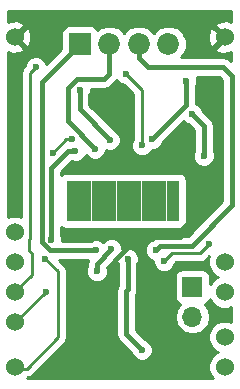
<source format=gbl>
G04 #@! TF.FileFunction,Copper,L2,Bot,Signal*
%FSLAX46Y46*%
G04 Gerber Fmt 4.6, Leading zero omitted, Abs format (unit mm)*
G04 Created by KiCad (PCBNEW 4.0.6+dfsg1-1) date Mon Feb 26 16:02:50 2018*
%MOMM*%
%LPD*%
G01*
G04 APERTURE LIST*
%ADD10C,0.100000*%
%ADD11R,1.850000X1.850000*%
%ADD12C,1.850000*%
%ADD13R,1.700000X1.700000*%
%ADD14O,1.700000X1.700000*%
%ADD15R,1.100000X0.890000*%
%ADD16C,1.524000*%
%ADD17C,0.600000*%
%ADD18C,0.400000*%
%ADD19C,0.250000*%
%ADD20C,0.254000*%
G04 APERTURE END LIST*
D10*
D11*
X6852920Y29088080D03*
D12*
X9352920Y29088080D03*
X11852920Y29088080D03*
X14352920Y29088080D03*
D13*
X16395700Y8521700D03*
D14*
X16395700Y5981700D03*
D15*
X14715200Y14549200D03*
X14715200Y15399200D03*
X14715200Y17099200D03*
X14715200Y16249200D03*
X13658950Y16249200D03*
X13658950Y17099200D03*
X13658950Y15399200D03*
X13658950Y14549200D03*
X12602700Y14549200D03*
X12602700Y15399200D03*
X12602700Y17099200D03*
X12602700Y16249200D03*
X11546450Y16249200D03*
X11546450Y17099200D03*
X11546450Y15399200D03*
X11546450Y14549200D03*
X10490200Y14549200D03*
X10490200Y15399200D03*
X10490200Y17099200D03*
X10490200Y16249200D03*
X9433950Y16249200D03*
X9433950Y17099200D03*
X9433950Y15399200D03*
X9433950Y14549200D03*
X8377700Y14549200D03*
X8377700Y15399200D03*
X8377700Y17099200D03*
X8377700Y16249200D03*
X7321450Y16249200D03*
X7321450Y17099200D03*
X7321450Y15399200D03*
X7321450Y14549200D03*
X6265200Y14549200D03*
X6265200Y15399200D03*
X6265200Y17099200D03*
X6265200Y16249200D03*
D16*
X19126200Y1727200D03*
X19126200Y4267200D03*
X19126200Y8077200D03*
X19126200Y10617200D03*
X1346200Y1727200D03*
X1346200Y29667200D03*
X19126200Y29667200D03*
X1346200Y5537200D03*
X1346200Y8077200D03*
X1346200Y10617200D03*
X1346200Y13157200D03*
D17*
X8305800Y9829800D03*
X9525000Y11709400D03*
X17297400Y17297400D03*
X17983200Y25095200D03*
X10896600Y21107400D03*
X7026600Y4426600D03*
X9817800Y9829800D03*
X14808200Y19939000D03*
X6832600Y25171400D03*
X9423400Y20955000D03*
X16332200Y23190200D03*
X17348200Y19634200D03*
X8204200Y11607800D03*
X8153400Y20193000D03*
X13284200Y11633200D03*
X15875000Y25984200D03*
X12928600Y21005800D03*
X17805400Y12166600D03*
X13995400Y10693400D03*
X4445000Y12522200D03*
X6477000Y20040600D03*
X6223000Y21005800D03*
X4546600Y19837400D03*
X3937000Y10896600D03*
X3987800Y8102600D03*
X3124200Y27101800D03*
X10744200Y26543000D03*
X12115800Y20497800D03*
X12115800Y3175000D03*
X10896600Y10896600D03*
D18*
X8305800Y10490200D02*
X8305800Y9829800D01*
X9525000Y11709400D02*
X8305800Y10490200D01*
X9817800Y9829800D02*
X9817800Y10833800D01*
X17297400Y14757400D02*
X17297400Y17297400D01*
X15316200Y12776200D02*
X17297400Y14757400D01*
X11760200Y12776200D02*
X15316200Y12776200D01*
X9817800Y10833800D02*
X11760200Y12776200D01*
D19*
X10896600Y21107400D02*
X10896600Y21056600D01*
X7035800Y4435800D02*
X7035800Y4445000D01*
X7026600Y4426600D02*
X7035800Y4435800D01*
X9817800Y9829800D02*
X9829800Y9829800D01*
D18*
X6832600Y23545800D02*
X6832600Y25171400D01*
X9423400Y20955000D02*
X6832600Y23545800D01*
X17348200Y22174200D02*
X16332200Y23190200D01*
X17348200Y19634200D02*
X17348200Y22174200D01*
X3632200Y25867360D02*
X6852920Y29088080D01*
X3632200Y12319000D02*
X3632200Y25867360D01*
X4343400Y11607800D02*
X3632200Y12319000D01*
X8204200Y11607800D02*
X4343400Y11607800D01*
X9352920Y26574120D02*
X9352920Y29088080D01*
X8915400Y26136600D02*
X9352920Y26574120D01*
X6629400Y26136600D02*
X8915400Y26136600D01*
X5816600Y25323800D02*
X6629400Y26136600D01*
X5816600Y22529800D02*
X5816600Y25323800D01*
X8153400Y20193000D02*
X5816600Y22529800D01*
X11852920Y27923480D02*
X11852920Y29088080D01*
X12649200Y27127200D02*
X11852920Y27923480D01*
X18999200Y27127200D02*
X12649200Y27127200D01*
X19761200Y26365200D02*
X18999200Y27127200D01*
X19761200Y15443200D02*
X19761200Y26365200D01*
X16332200Y12014200D02*
X19761200Y15443200D01*
X13665200Y12014200D02*
X16332200Y12014200D01*
X13284200Y11633200D02*
X13665200Y12014200D01*
X15875000Y23952200D02*
X15875000Y25984200D01*
X12928600Y21005800D02*
X15875000Y23952200D01*
D19*
X14655800Y11353800D02*
X13995400Y10693400D01*
X16992600Y11353800D02*
X14655800Y11353800D01*
X17805400Y12166600D02*
X16992600Y11353800D01*
D18*
X4445000Y18567400D02*
X4445000Y12522200D01*
X5867400Y19989800D02*
X4445000Y18567400D01*
X6426200Y19989800D02*
X5867400Y19989800D01*
X6477000Y20040600D02*
X6426200Y19989800D01*
D19*
X1397000Y1600200D02*
X2362200Y1600200D01*
X5715000Y21005800D02*
X6223000Y21005800D01*
X4546600Y19837400D02*
X5715000Y21005800D01*
X5003800Y9829800D02*
X3937000Y10896600D01*
X5003800Y4241800D02*
X5003800Y9829800D01*
X2362200Y1600200D02*
X5003800Y4241800D01*
X1397000Y5410200D02*
X1397000Y5511800D01*
X1397000Y5511800D02*
X3987800Y8102600D01*
X1397000Y7950200D02*
X1397000Y8153400D01*
X1397000Y8153400D02*
X2768600Y9525000D01*
X2768600Y9525000D02*
X2768600Y11353800D01*
X2768600Y11353800D02*
X2565400Y11557000D01*
X2565400Y11557000D02*
X2565400Y12522200D01*
X2565400Y12522200D02*
X2667000Y12623800D01*
X2667000Y12623800D02*
X2667000Y26644600D01*
X2667000Y26644600D02*
X3124200Y27101800D01*
X10744200Y26543000D02*
X12115800Y25171400D01*
X12115800Y25171400D02*
X12115800Y20497800D01*
D18*
X10795000Y4495800D02*
X12115800Y3175000D01*
X10795000Y8204200D02*
X10795000Y4495800D01*
X10896600Y8305800D02*
X10795000Y8204200D01*
X10896600Y10896600D02*
X10896600Y8305800D01*
D20*
G36*
X18926200Y26019332D02*
X18926200Y15789068D01*
X15986332Y12849200D01*
X13665200Y12849200D01*
X13345659Y12785639D01*
X13134038Y12644238D01*
X13074766Y12604634D01*
X12995867Y12525735D01*
X12755257Y12426317D01*
X12492008Y12163527D01*
X12349362Y11819999D01*
X12349038Y11448033D01*
X12491083Y11104257D01*
X12753873Y10841008D01*
X13060417Y10713719D01*
X13060238Y10508233D01*
X13202283Y10164457D01*
X13465073Y9901208D01*
X13808601Y9758562D01*
X14180567Y9758238D01*
X14524343Y9900283D01*
X14787592Y10163073D01*
X14930238Y10506601D01*
X14930279Y10553477D01*
X14970602Y10593800D01*
X16992600Y10593800D01*
X17283439Y10651652D01*
X17530001Y10816399D01*
X17814328Y11100726D01*
X17729443Y10896300D01*
X17728958Y10340539D01*
X17941190Y9826897D01*
X18333830Y9433571D01*
X18541712Y9347251D01*
X18335897Y9262210D01*
X17942571Y8869570D01*
X17893140Y8750527D01*
X17893140Y9371700D01*
X17848862Y9607017D01*
X17709790Y9823141D01*
X17497590Y9968131D01*
X17245700Y10019140D01*
X15545700Y10019140D01*
X15310383Y9974862D01*
X15094259Y9835790D01*
X14949269Y9623590D01*
X14898260Y9371700D01*
X14898260Y7671700D01*
X14942538Y7436383D01*
X15081610Y7220259D01*
X15293810Y7075269D01*
X15361241Y7061614D01*
X15316553Y7031754D01*
X14994646Y6549985D01*
X14881607Y5981700D01*
X14994646Y5413415D01*
X15316553Y4931646D01*
X15798322Y4609739D01*
X16366607Y4496700D01*
X16424793Y4496700D01*
X16993078Y4609739D01*
X17474847Y4931646D01*
X17796754Y5413415D01*
X17909793Y5981700D01*
X17796754Y6549985D01*
X17474847Y7031754D01*
X17433248Y7059550D01*
X17481017Y7068538D01*
X17697141Y7207610D01*
X17842131Y7419810D01*
X17856649Y7491502D01*
X17941190Y7286897D01*
X18333830Y6893571D01*
X18847100Y6680443D01*
X19402861Y6679958D01*
X19686200Y6797031D01*
X19686200Y5547317D01*
X19405300Y5663957D01*
X18849539Y5664442D01*
X18335897Y5452210D01*
X17942571Y5059570D01*
X17729443Y4546300D01*
X17728958Y3990539D01*
X17941190Y3476897D01*
X18333830Y3083571D01*
X18541712Y2997251D01*
X18335897Y2912210D01*
X17942571Y2519570D01*
X17729443Y2006300D01*
X17728958Y1450539D01*
X17941190Y936897D01*
X18091624Y786200D01*
X2380939Y786200D01*
X2453158Y858293D01*
X2653039Y898052D01*
X2899601Y1062799D01*
X5541201Y3704399D01*
X5705948Y3950961D01*
X5763800Y4241800D01*
X5763800Y9829800D01*
X5705948Y10120639D01*
X5541201Y10367201D01*
X5135602Y10772800D01*
X7527013Y10772800D01*
X7470800Y10490200D01*
X7470800Y10257034D01*
X7370962Y10016599D01*
X7370638Y9644633D01*
X7512683Y9300857D01*
X7775473Y9037608D01*
X8119001Y8894962D01*
X8490967Y8894638D01*
X8834743Y9036683D01*
X9097992Y9299473D01*
X9240638Y9643001D01*
X9240962Y10014967D01*
X9173853Y10177385D01*
X9813333Y10816865D01*
X9961583Y10878121D01*
X9961438Y10711433D01*
X10061600Y10469022D01*
X10061600Y8580670D01*
X10023561Y8523741D01*
X9960000Y8204200D01*
X9960000Y4495800D01*
X10023561Y4176259D01*
X10147655Y3990539D01*
X10204566Y3905366D01*
X11223265Y2886667D01*
X11322683Y2646057D01*
X11585473Y2382808D01*
X11929001Y2240162D01*
X12300967Y2239838D01*
X12644743Y2381883D01*
X12907992Y2644673D01*
X13050638Y2988201D01*
X13050962Y3360167D01*
X12908917Y3703943D01*
X12646127Y3967192D01*
X12403890Y4067778D01*
X11630000Y4841668D01*
X11630000Y7929330D01*
X11668039Y7986259D01*
X11731600Y8305800D01*
X11731600Y10469366D01*
X11831438Y10709801D01*
X11831762Y11081767D01*
X11689717Y11425543D01*
X11426927Y11688792D01*
X11083399Y11831438D01*
X10711433Y11831762D01*
X10460017Y11727879D01*
X10460162Y11894567D01*
X10318117Y12238343D01*
X10055327Y12501592D01*
X9711799Y12644238D01*
X9339833Y12644562D01*
X8996057Y12502517D01*
X8813801Y12320579D01*
X8734527Y12399992D01*
X8390999Y12542638D01*
X8019033Y12542962D01*
X7776622Y12442800D01*
X5379932Y12442800D01*
X5380162Y12707367D01*
X5280000Y12949778D01*
X5280000Y13633019D01*
X5463310Y13507769D01*
X5715200Y13456760D01*
X15265200Y13456760D01*
X15500517Y13501038D01*
X15716641Y13640110D01*
X15861631Y13852310D01*
X15912640Y14104200D01*
X15912640Y17544200D01*
X15868362Y17779517D01*
X15729290Y17995641D01*
X15517090Y18140631D01*
X15265200Y18191640D01*
X5715200Y18191640D01*
X5479883Y18147362D01*
X5280000Y18018741D01*
X5280000Y18221532D01*
X6201191Y19142723D01*
X6290201Y19105762D01*
X6662167Y19105438D01*
X7005943Y19247483D01*
X7269192Y19510273D01*
X7346700Y19696931D01*
X7360283Y19664057D01*
X7623073Y19400808D01*
X7966601Y19258162D01*
X8338567Y19257838D01*
X8682343Y19399883D01*
X8945592Y19662673D01*
X9088238Y20006201D01*
X9088304Y20081741D01*
X9236601Y20020162D01*
X9608567Y20019838D01*
X9952343Y20161883D01*
X10215592Y20424673D01*
X10358238Y20768201D01*
X10358562Y21140167D01*
X10216517Y21483943D01*
X9953727Y21747192D01*
X9711491Y21847778D01*
X7667600Y23891668D01*
X7667600Y24744166D01*
X7767438Y24984601D01*
X7767714Y25301600D01*
X8915400Y25301600D01*
X9234941Y25365161D01*
X9505834Y25546166D01*
X9943354Y25983686D01*
X9958609Y26006517D01*
X10213873Y25750808D01*
X10557401Y25608162D01*
X10604277Y25608121D01*
X11355800Y24856598D01*
X11355800Y21060263D01*
X11323608Y21028127D01*
X11180962Y20684599D01*
X11180638Y20312633D01*
X11322683Y19968857D01*
X11585473Y19705608D01*
X11929001Y19562962D01*
X12300967Y19562638D01*
X12644743Y19704683D01*
X12907992Y19967473D01*
X12950889Y20070780D01*
X13113767Y20070638D01*
X13457543Y20212683D01*
X13720792Y20475473D01*
X13821378Y20717710D01*
X15651905Y22548237D01*
X15801873Y22398008D01*
X16044110Y22297422D01*
X16513200Y21828332D01*
X16513200Y20061434D01*
X16413362Y19820999D01*
X16413038Y19449033D01*
X16555083Y19105257D01*
X16817873Y18842008D01*
X17161401Y18699362D01*
X17533367Y18699038D01*
X17877143Y18841083D01*
X18140392Y19103873D01*
X18283038Y19447401D01*
X18283362Y19819367D01*
X18183200Y20061778D01*
X18183200Y22174200D01*
X18119639Y22493741D01*
X17938634Y22764634D01*
X17224735Y23478533D01*
X17125317Y23719143D01*
X16862527Y23982392D01*
X16710000Y24045727D01*
X16710000Y25556966D01*
X16809838Y25797401D01*
X16810162Y26169367D01*
X16759409Y26292200D01*
X18653332Y26292200D01*
X18926200Y26019332D01*
X18926200Y26019332D01*
G37*
X18926200Y26019332D02*
X18926200Y15789068D01*
X15986332Y12849200D01*
X13665200Y12849200D01*
X13345659Y12785639D01*
X13134038Y12644238D01*
X13074766Y12604634D01*
X12995867Y12525735D01*
X12755257Y12426317D01*
X12492008Y12163527D01*
X12349362Y11819999D01*
X12349038Y11448033D01*
X12491083Y11104257D01*
X12753873Y10841008D01*
X13060417Y10713719D01*
X13060238Y10508233D01*
X13202283Y10164457D01*
X13465073Y9901208D01*
X13808601Y9758562D01*
X14180567Y9758238D01*
X14524343Y9900283D01*
X14787592Y10163073D01*
X14930238Y10506601D01*
X14930279Y10553477D01*
X14970602Y10593800D01*
X16992600Y10593800D01*
X17283439Y10651652D01*
X17530001Y10816399D01*
X17814328Y11100726D01*
X17729443Y10896300D01*
X17728958Y10340539D01*
X17941190Y9826897D01*
X18333830Y9433571D01*
X18541712Y9347251D01*
X18335897Y9262210D01*
X17942571Y8869570D01*
X17893140Y8750527D01*
X17893140Y9371700D01*
X17848862Y9607017D01*
X17709790Y9823141D01*
X17497590Y9968131D01*
X17245700Y10019140D01*
X15545700Y10019140D01*
X15310383Y9974862D01*
X15094259Y9835790D01*
X14949269Y9623590D01*
X14898260Y9371700D01*
X14898260Y7671700D01*
X14942538Y7436383D01*
X15081610Y7220259D01*
X15293810Y7075269D01*
X15361241Y7061614D01*
X15316553Y7031754D01*
X14994646Y6549985D01*
X14881607Y5981700D01*
X14994646Y5413415D01*
X15316553Y4931646D01*
X15798322Y4609739D01*
X16366607Y4496700D01*
X16424793Y4496700D01*
X16993078Y4609739D01*
X17474847Y4931646D01*
X17796754Y5413415D01*
X17909793Y5981700D01*
X17796754Y6549985D01*
X17474847Y7031754D01*
X17433248Y7059550D01*
X17481017Y7068538D01*
X17697141Y7207610D01*
X17842131Y7419810D01*
X17856649Y7491502D01*
X17941190Y7286897D01*
X18333830Y6893571D01*
X18847100Y6680443D01*
X19402861Y6679958D01*
X19686200Y6797031D01*
X19686200Y5547317D01*
X19405300Y5663957D01*
X18849539Y5664442D01*
X18335897Y5452210D01*
X17942571Y5059570D01*
X17729443Y4546300D01*
X17728958Y3990539D01*
X17941190Y3476897D01*
X18333830Y3083571D01*
X18541712Y2997251D01*
X18335897Y2912210D01*
X17942571Y2519570D01*
X17729443Y2006300D01*
X17728958Y1450539D01*
X17941190Y936897D01*
X18091624Y786200D01*
X2380939Y786200D01*
X2453158Y858293D01*
X2653039Y898052D01*
X2899601Y1062799D01*
X5541201Y3704399D01*
X5705948Y3950961D01*
X5763800Y4241800D01*
X5763800Y9829800D01*
X5705948Y10120639D01*
X5541201Y10367201D01*
X5135602Y10772800D01*
X7527013Y10772800D01*
X7470800Y10490200D01*
X7470800Y10257034D01*
X7370962Y10016599D01*
X7370638Y9644633D01*
X7512683Y9300857D01*
X7775473Y9037608D01*
X8119001Y8894962D01*
X8490967Y8894638D01*
X8834743Y9036683D01*
X9097992Y9299473D01*
X9240638Y9643001D01*
X9240962Y10014967D01*
X9173853Y10177385D01*
X9813333Y10816865D01*
X9961583Y10878121D01*
X9961438Y10711433D01*
X10061600Y10469022D01*
X10061600Y8580670D01*
X10023561Y8523741D01*
X9960000Y8204200D01*
X9960000Y4495800D01*
X10023561Y4176259D01*
X10147655Y3990539D01*
X10204566Y3905366D01*
X11223265Y2886667D01*
X11322683Y2646057D01*
X11585473Y2382808D01*
X11929001Y2240162D01*
X12300967Y2239838D01*
X12644743Y2381883D01*
X12907992Y2644673D01*
X13050638Y2988201D01*
X13050962Y3360167D01*
X12908917Y3703943D01*
X12646127Y3967192D01*
X12403890Y4067778D01*
X11630000Y4841668D01*
X11630000Y7929330D01*
X11668039Y7986259D01*
X11731600Y8305800D01*
X11731600Y10469366D01*
X11831438Y10709801D01*
X11831762Y11081767D01*
X11689717Y11425543D01*
X11426927Y11688792D01*
X11083399Y11831438D01*
X10711433Y11831762D01*
X10460017Y11727879D01*
X10460162Y11894567D01*
X10318117Y12238343D01*
X10055327Y12501592D01*
X9711799Y12644238D01*
X9339833Y12644562D01*
X8996057Y12502517D01*
X8813801Y12320579D01*
X8734527Y12399992D01*
X8390999Y12542638D01*
X8019033Y12542962D01*
X7776622Y12442800D01*
X5379932Y12442800D01*
X5380162Y12707367D01*
X5280000Y12949778D01*
X5280000Y13633019D01*
X5463310Y13507769D01*
X5715200Y13456760D01*
X15265200Y13456760D01*
X15500517Y13501038D01*
X15716641Y13640110D01*
X15861631Y13852310D01*
X15912640Y14104200D01*
X15912640Y17544200D01*
X15868362Y17779517D01*
X15729290Y17995641D01*
X15517090Y18140631D01*
X15265200Y18191640D01*
X5715200Y18191640D01*
X5479883Y18147362D01*
X5280000Y18018741D01*
X5280000Y18221532D01*
X6201191Y19142723D01*
X6290201Y19105762D01*
X6662167Y19105438D01*
X7005943Y19247483D01*
X7269192Y19510273D01*
X7346700Y19696931D01*
X7360283Y19664057D01*
X7623073Y19400808D01*
X7966601Y19258162D01*
X8338567Y19257838D01*
X8682343Y19399883D01*
X8945592Y19662673D01*
X9088238Y20006201D01*
X9088304Y20081741D01*
X9236601Y20020162D01*
X9608567Y20019838D01*
X9952343Y20161883D01*
X10215592Y20424673D01*
X10358238Y20768201D01*
X10358562Y21140167D01*
X10216517Y21483943D01*
X9953727Y21747192D01*
X9711491Y21847778D01*
X7667600Y23891668D01*
X7667600Y24744166D01*
X7767438Y24984601D01*
X7767714Y25301600D01*
X8915400Y25301600D01*
X9234941Y25365161D01*
X9505834Y25546166D01*
X9943354Y25983686D01*
X9958609Y26006517D01*
X10213873Y25750808D01*
X10557401Y25608162D01*
X10604277Y25608121D01*
X11355800Y24856598D01*
X11355800Y21060263D01*
X11323608Y21028127D01*
X11180962Y20684599D01*
X11180638Y20312633D01*
X11322683Y19968857D01*
X11585473Y19705608D01*
X11929001Y19562962D01*
X12300967Y19562638D01*
X12644743Y19704683D01*
X12907992Y19967473D01*
X12950889Y20070780D01*
X13113767Y20070638D01*
X13457543Y20212683D01*
X13720792Y20475473D01*
X13821378Y20717710D01*
X15651905Y22548237D01*
X15801873Y22398008D01*
X16044110Y22297422D01*
X16513200Y21828332D01*
X16513200Y20061434D01*
X16413362Y19820999D01*
X16413038Y19449033D01*
X16555083Y19105257D01*
X16817873Y18842008D01*
X17161401Y18699362D01*
X17533367Y18699038D01*
X17877143Y18841083D01*
X18140392Y19103873D01*
X18283038Y19447401D01*
X18283362Y19819367D01*
X18183200Y20061778D01*
X18183200Y22174200D01*
X18119639Y22493741D01*
X17938634Y22764634D01*
X17224735Y23478533D01*
X17125317Y23719143D01*
X16862527Y23982392D01*
X16710000Y24045727D01*
X16710000Y25556966D01*
X16809838Y25797401D01*
X16810162Y26169367D01*
X16759409Y26292200D01*
X18653332Y26292200D01*
X18926200Y26019332D01*
G36*
X19686200Y30950655D02*
X19333898Y31076344D01*
X18778832Y31048562D01*
X18395057Y30889597D01*
X18325592Y30647413D01*
X19126200Y29846805D01*
X19140343Y29860947D01*
X19319948Y29681342D01*
X19305805Y29667200D01*
X19319948Y29653057D01*
X19140343Y29473452D01*
X19126200Y29487595D01*
X18325592Y28686987D01*
X18395057Y28444803D01*
X18918502Y28258056D01*
X19473568Y28285838D01*
X19686200Y28373913D01*
X19686200Y27621068D01*
X19589634Y27717634D01*
X19318741Y27898639D01*
X18999200Y27962200D01*
X15433174Y27962200D01*
X15674652Y28203257D01*
X15912648Y28776416D01*
X15913190Y29397022D01*
X15715736Y29874898D01*
X17717056Y29874898D01*
X17744838Y29319832D01*
X17903803Y28936057D01*
X18145987Y28866592D01*
X18946595Y29667200D01*
X18145987Y30467808D01*
X17903803Y30398343D01*
X17717056Y29874898D01*
X15715736Y29874898D01*
X15676195Y29970594D01*
X15237743Y30409812D01*
X14664584Y30647808D01*
X14043978Y30648350D01*
X13470406Y30411355D01*
X13102664Y30044254D01*
X12737743Y30409812D01*
X12164584Y30647808D01*
X11543978Y30648350D01*
X10970406Y30411355D01*
X10602664Y30044254D01*
X10237743Y30409812D01*
X9664584Y30647808D01*
X9043978Y30648350D01*
X8470406Y30411355D01*
X8352171Y30293326D01*
X8242010Y30464521D01*
X8029810Y30609511D01*
X7777920Y30660520D01*
X5927920Y30660520D01*
X5692603Y30616242D01*
X5476479Y30477170D01*
X5331489Y30264970D01*
X5280480Y30013080D01*
X5280480Y28696508D01*
X4004271Y27420299D01*
X3917317Y27630743D01*
X3654527Y27893992D01*
X3310999Y28036638D01*
X2939033Y28036962D01*
X2595257Y27894917D01*
X2332008Y27632127D01*
X2189362Y27288599D01*
X2189321Y27241723D01*
X2129599Y27182001D01*
X1964852Y26935439D01*
X1907000Y26644600D01*
X1907000Y14436985D01*
X1625300Y14553957D01*
X1069539Y14554442D01*
X786200Y14437369D01*
X786200Y28383745D01*
X1138502Y28258056D01*
X1693568Y28285838D01*
X2077343Y28444803D01*
X2146808Y28686987D01*
X1346200Y29487595D01*
X1332058Y29473452D01*
X1152453Y29653057D01*
X1166595Y29667200D01*
X1525805Y29667200D01*
X2326413Y28866592D01*
X2568597Y28936057D01*
X2755344Y29459502D01*
X2727562Y30014568D01*
X2568597Y30398343D01*
X2326413Y30467808D01*
X1525805Y29667200D01*
X1166595Y29667200D01*
X1152453Y29681342D01*
X1332058Y29860947D01*
X1346200Y29846805D01*
X2146808Y30647413D01*
X2077343Y30889597D01*
X1553898Y31076344D01*
X998832Y31048562D01*
X786200Y30960487D01*
X786200Y31878200D01*
X19686200Y31878200D01*
X19686200Y30950655D01*
X19686200Y30950655D01*
G37*
X19686200Y30950655D02*
X19333898Y31076344D01*
X18778832Y31048562D01*
X18395057Y30889597D01*
X18325592Y30647413D01*
X19126200Y29846805D01*
X19140343Y29860947D01*
X19319948Y29681342D01*
X19305805Y29667200D01*
X19319948Y29653057D01*
X19140343Y29473452D01*
X19126200Y29487595D01*
X18325592Y28686987D01*
X18395057Y28444803D01*
X18918502Y28258056D01*
X19473568Y28285838D01*
X19686200Y28373913D01*
X19686200Y27621068D01*
X19589634Y27717634D01*
X19318741Y27898639D01*
X18999200Y27962200D01*
X15433174Y27962200D01*
X15674652Y28203257D01*
X15912648Y28776416D01*
X15913190Y29397022D01*
X15715736Y29874898D01*
X17717056Y29874898D01*
X17744838Y29319832D01*
X17903803Y28936057D01*
X18145987Y28866592D01*
X18946595Y29667200D01*
X18145987Y30467808D01*
X17903803Y30398343D01*
X17717056Y29874898D01*
X15715736Y29874898D01*
X15676195Y29970594D01*
X15237743Y30409812D01*
X14664584Y30647808D01*
X14043978Y30648350D01*
X13470406Y30411355D01*
X13102664Y30044254D01*
X12737743Y30409812D01*
X12164584Y30647808D01*
X11543978Y30648350D01*
X10970406Y30411355D01*
X10602664Y30044254D01*
X10237743Y30409812D01*
X9664584Y30647808D01*
X9043978Y30648350D01*
X8470406Y30411355D01*
X8352171Y30293326D01*
X8242010Y30464521D01*
X8029810Y30609511D01*
X7777920Y30660520D01*
X5927920Y30660520D01*
X5692603Y30616242D01*
X5476479Y30477170D01*
X5331489Y30264970D01*
X5280480Y30013080D01*
X5280480Y28696508D01*
X4004271Y27420299D01*
X3917317Y27630743D01*
X3654527Y27893992D01*
X3310999Y28036638D01*
X2939033Y28036962D01*
X2595257Y27894917D01*
X2332008Y27632127D01*
X2189362Y27288599D01*
X2189321Y27241723D01*
X2129599Y27182001D01*
X1964852Y26935439D01*
X1907000Y26644600D01*
X1907000Y14436985D01*
X1625300Y14553957D01*
X1069539Y14554442D01*
X786200Y14437369D01*
X786200Y28383745D01*
X1138502Y28258056D01*
X1693568Y28285838D01*
X2077343Y28444803D01*
X2146808Y28686987D01*
X1346200Y29487595D01*
X1332058Y29473452D01*
X1152453Y29653057D01*
X1166595Y29667200D01*
X1525805Y29667200D01*
X2326413Y28866592D01*
X2568597Y28936057D01*
X2755344Y29459502D01*
X2727562Y30014568D01*
X2568597Y30398343D01*
X2326413Y30467808D01*
X1525805Y29667200D01*
X1166595Y29667200D01*
X1152453Y29681342D01*
X1332058Y29860947D01*
X1346200Y29846805D01*
X2146808Y30647413D01*
X2077343Y30889597D01*
X1553898Y31076344D01*
X998832Y31048562D01*
X786200Y30960487D01*
X786200Y31878200D01*
X19686200Y31878200D01*
X19686200Y30950655D01*
M02*

</source>
